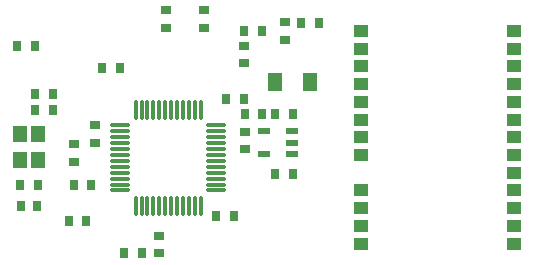
<source format=gbp>
G04 Layer_Color=128*
%FSLAX42Y42*%
%MOMM*%
G71*
G01*
G75*
%ADD10R,0.90X0.70*%
%ADD11R,0.80X0.90*%
%ADD19R,0.70X0.90*%
%ADD26R,1.30X1.50*%
%ADD40R,1.15X1.40*%
%ADD41R,1.10X0.60*%
%ADD42O,1.80X0.30*%
%ADD43O,0.30X1.80*%
%ADD44R,1.30X1.00*%
D10*
X9875Y7628D02*
D03*
Y7478D02*
D03*
X8435Y7372D02*
D03*
Y7522D02*
D03*
X9153Y6597D02*
D03*
Y6747D02*
D03*
X8612Y7532D02*
D03*
Y7682D02*
D03*
X9210Y8655D02*
D03*
Y8505D02*
D03*
X9530Y8655D02*
D03*
Y8505D02*
D03*
X9870Y8205D02*
D03*
Y8355D02*
D03*
X10220Y8405D02*
D03*
Y8555D02*
D03*
D11*
X7982Y6997D02*
D03*
X8122D02*
D03*
D19*
X10282Y7780D02*
D03*
X10132D02*
D03*
X10135Y7268D02*
D03*
X10285D02*
D03*
X9875Y7780D02*
D03*
X10025D02*
D03*
X8535Y6870D02*
D03*
X8385D02*
D03*
X9635Y6910D02*
D03*
X9785D02*
D03*
X8855Y6597D02*
D03*
X9005D02*
D03*
X9872Y7905D02*
D03*
X9722D02*
D03*
X7978Y7175D02*
D03*
X8128D02*
D03*
X7950Y8353D02*
D03*
X8100D02*
D03*
X8818Y8170D02*
D03*
X8668D02*
D03*
X8250Y7947D02*
D03*
X8100D02*
D03*
X8100Y7815D02*
D03*
X8250D02*
D03*
X8578Y7180D02*
D03*
X8428D02*
D03*
X10020Y8480D02*
D03*
X9870D02*
D03*
X10505Y8550D02*
D03*
X10355D02*
D03*
D26*
X10430Y8050D02*
D03*
X10130D02*
D03*
D40*
X7970Y7390D02*
D03*
Y7610D02*
D03*
X8130D02*
D03*
Y7390D02*
D03*
D41*
X10038Y7630D02*
D03*
X10038Y7440D02*
D03*
X10278Y7440D02*
D03*
Y7535D02*
D03*
Y7630D02*
D03*
D42*
X8822Y7130D02*
D03*
Y7180D02*
D03*
Y7230D02*
D03*
Y7280D02*
D03*
Y7330D02*
D03*
Y7380D02*
D03*
Y7430D02*
D03*
Y7480D02*
D03*
Y7530D02*
D03*
Y7580D02*
D03*
Y7630D02*
D03*
Y7680D02*
D03*
X9632D02*
D03*
Y7630D02*
D03*
Y7580D02*
D03*
Y7530D02*
D03*
Y7480D02*
D03*
Y7430D02*
D03*
Y7380D02*
D03*
Y7330D02*
D03*
Y7280D02*
D03*
Y7230D02*
D03*
Y7180D02*
D03*
Y7130D02*
D03*
D43*
X8953Y7810D02*
D03*
X9003D02*
D03*
X9053D02*
D03*
X9103D02*
D03*
X9153D02*
D03*
X9203D02*
D03*
X9253D02*
D03*
X9303D02*
D03*
X9353D02*
D03*
X9403D02*
D03*
X9453D02*
D03*
X9503D02*
D03*
Y7000D02*
D03*
X9453D02*
D03*
X9403D02*
D03*
X9353D02*
D03*
X9303D02*
D03*
X9253D02*
D03*
X9203D02*
D03*
X9153D02*
D03*
X9103D02*
D03*
X9053D02*
D03*
X9003D02*
D03*
X8953D02*
D03*
D44*
X12160Y8480D02*
D03*
Y8330D02*
D03*
Y8180D02*
D03*
X12160Y8030D02*
D03*
X12160Y7880D02*
D03*
Y7730D02*
D03*
Y7580D02*
D03*
Y7430D02*
D03*
Y7280D02*
D03*
Y7130D02*
D03*
X12160Y6980D02*
D03*
X12160Y6830D02*
D03*
X12160Y6680D02*
D03*
X10860D02*
D03*
X10860Y6830D02*
D03*
X10860Y6980D02*
D03*
X10860Y7130D02*
D03*
Y7430D02*
D03*
Y7580D02*
D03*
Y7730D02*
D03*
Y7880D02*
D03*
X10860Y8030D02*
D03*
X10860Y8180D02*
D03*
Y8330D02*
D03*
Y8480D02*
D03*
M02*

</source>
